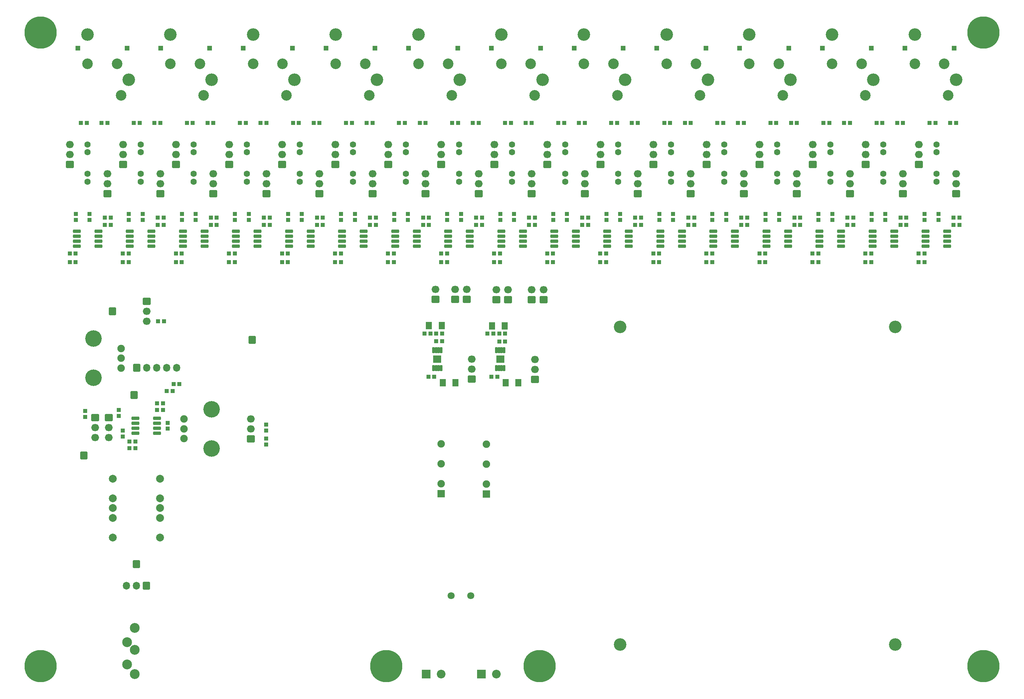
<source format=gts>
G04*
G04 #@! TF.GenerationSoftware,Altium Limited,Altium Designer,19.1.6 (110)*
G04*
G04 Layer_Color=8388736*
%FSLAX43Y43*%
%MOMM*%
G71*
G01*
G75*
G04:AMPARAMS|DCode=21|XSize=1.983mm|YSize=0.923mm|CornerRadius=0.282mm|HoleSize=0mm|Usage=FLASHONLY|Rotation=0.000|XOffset=0mm|YOffset=0mm|HoleType=Round|Shape=RoundedRectangle|*
%AMROUNDEDRECTD21*
21,1,1.983,0.360,0,0,0.0*
21,1,1.420,0.923,0,0,0.0*
1,1,0.563,0.710,-0.180*
1,1,0.563,-0.710,-0.180*
1,1,0.563,-0.710,0.180*
1,1,0.563,0.710,0.180*
%
%ADD21ROUNDEDRECTD21*%
%ADD22R,1.103X1.003*%
%ADD23R,1.003X1.103*%
%ADD24R,1.603X1.903*%
%ADD25R,2.103X1.853*%
G04:AMPARAMS|DCode=26|XSize=0.653mm|YSize=1.603mm|CornerRadius=0.147mm|HoleSize=0mm|Usage=FLASHONLY|Rotation=0.000|XOffset=0mm|YOffset=0mm|HoleType=Round|Shape=RoundedRectangle|*
%AMROUNDEDRECTD26*
21,1,0.653,1.310,0,0,0.0*
21,1,0.360,1.603,0,0,0.0*
1,1,0.293,0.180,-0.655*
1,1,0.293,-0.180,-0.655*
1,1,0.293,-0.180,0.655*
1,1,0.293,0.180,0.655*
%
%ADD26ROUNDEDRECTD26*%
%ADD27C,2.203*%
%ADD28R,2.203X2.203*%
G04:AMPARAMS|DCode=29|XSize=1.803mm|YSize=2.003mm|CornerRadius=0.182mm|HoleSize=0mm|Usage=FLASHONLY|Rotation=0.000|XOffset=0mm|YOffset=0mm|HoleType=Round|Shape=RoundedRectangle|*
%AMROUNDEDRECTD29*
21,1,1.803,1.640,0,0,0.0*
21,1,1.440,2.003,0,0,0.0*
1,1,0.363,0.720,-0.820*
1,1,0.363,-0.720,-0.820*
1,1,0.363,-0.720,0.820*
1,1,0.363,0.720,0.820*
%
%ADD29ROUNDEDRECTD29*%
%ADD30O,1.803X2.003*%
%ADD31C,4.203*%
%ADD32C,1.903*%
%ADD33O,2.003X1.803*%
G04:AMPARAMS|DCode=34|XSize=1.803mm|YSize=2.003mm|CornerRadius=0.182mm|HoleSize=0mm|Usage=FLASHONLY|Rotation=90.000|XOffset=0mm|YOffset=0mm|HoleType=Round|Shape=RoundedRectangle|*
%AMROUNDEDRECTD34*
21,1,1.803,1.640,0,0,90.0*
21,1,1.440,2.003,0,0,90.0*
1,1,0.363,0.820,0.720*
1,1,0.363,0.820,-0.720*
1,1,0.363,-0.820,-0.720*
1,1,0.363,-0.820,0.720*
%
%ADD34ROUNDEDRECTD34*%
%ADD35C,8.203*%
%ADD36C,2.703*%
%ADD37C,3.203*%
%ADD38R,1.203X1.203*%
%ADD39C,1.603*%
%ADD40C,1.803*%
%ADD41C,2.503*%
%ADD42C,2.003*%
%ADD43R,1.903X1.903*%
D21*
X134650Y90395D02*
D03*
Y91665D02*
D03*
Y92935D02*
D03*
Y94205D02*
D03*
X129150Y90395D02*
D03*
Y91665D02*
D03*
Y92935D02*
D03*
Y94205D02*
D03*
X330250Y141905D02*
D03*
Y140635D02*
D03*
Y139365D02*
D03*
Y138095D02*
D03*
X335750Y141905D02*
D03*
Y140635D02*
D03*
Y139365D02*
D03*
Y138095D02*
D03*
X316750Y141905D02*
D03*
Y140635D02*
D03*
Y139365D02*
D03*
Y138095D02*
D03*
X322250Y141905D02*
D03*
Y140635D02*
D03*
Y139365D02*
D03*
Y138095D02*
D03*
X303250Y141905D02*
D03*
Y140635D02*
D03*
Y139365D02*
D03*
Y138095D02*
D03*
X308750Y141905D02*
D03*
Y140635D02*
D03*
Y139365D02*
D03*
Y138095D02*
D03*
X289750Y141905D02*
D03*
Y140635D02*
D03*
Y139365D02*
D03*
Y138095D02*
D03*
X295250Y141905D02*
D03*
Y140635D02*
D03*
Y139365D02*
D03*
Y138095D02*
D03*
X276250Y141905D02*
D03*
Y140635D02*
D03*
Y139365D02*
D03*
Y138095D02*
D03*
X281750Y141905D02*
D03*
Y140635D02*
D03*
Y139365D02*
D03*
Y138095D02*
D03*
X262750Y141905D02*
D03*
Y140635D02*
D03*
Y139365D02*
D03*
Y138095D02*
D03*
X268250Y141905D02*
D03*
Y140635D02*
D03*
Y139365D02*
D03*
Y138095D02*
D03*
X249250Y141905D02*
D03*
Y140635D02*
D03*
Y139365D02*
D03*
Y138095D02*
D03*
X254750Y141905D02*
D03*
Y140635D02*
D03*
Y139365D02*
D03*
Y138095D02*
D03*
X235750Y141905D02*
D03*
Y140635D02*
D03*
Y139365D02*
D03*
Y138095D02*
D03*
X241250Y141905D02*
D03*
Y140635D02*
D03*
Y139365D02*
D03*
Y138095D02*
D03*
X222250Y141905D02*
D03*
Y140635D02*
D03*
Y139365D02*
D03*
Y138095D02*
D03*
X227750Y141905D02*
D03*
Y140635D02*
D03*
Y139365D02*
D03*
Y138095D02*
D03*
X208750Y141905D02*
D03*
Y140635D02*
D03*
Y139365D02*
D03*
Y138095D02*
D03*
X214250Y141905D02*
D03*
Y140635D02*
D03*
Y139365D02*
D03*
Y138095D02*
D03*
X195250Y141905D02*
D03*
Y140635D02*
D03*
Y139365D02*
D03*
Y138095D02*
D03*
X200750Y141905D02*
D03*
Y140635D02*
D03*
Y139365D02*
D03*
Y138095D02*
D03*
X181750Y141905D02*
D03*
Y140635D02*
D03*
Y139365D02*
D03*
Y138095D02*
D03*
X187250Y141905D02*
D03*
Y140635D02*
D03*
Y139365D02*
D03*
Y138095D02*
D03*
X168250Y141905D02*
D03*
Y140635D02*
D03*
Y139365D02*
D03*
Y138095D02*
D03*
X173750Y141905D02*
D03*
Y140635D02*
D03*
Y139365D02*
D03*
Y138095D02*
D03*
X154750Y141905D02*
D03*
Y140635D02*
D03*
Y139365D02*
D03*
Y138095D02*
D03*
X160250Y141905D02*
D03*
Y140635D02*
D03*
Y139365D02*
D03*
Y138095D02*
D03*
X141250Y141905D02*
D03*
Y140635D02*
D03*
Y139365D02*
D03*
Y138095D02*
D03*
X146750Y141905D02*
D03*
Y140635D02*
D03*
Y139365D02*
D03*
Y138095D02*
D03*
X127750Y141905D02*
D03*
Y140635D02*
D03*
Y139365D02*
D03*
Y138095D02*
D03*
X133250Y141905D02*
D03*
Y140635D02*
D03*
Y139365D02*
D03*
Y138095D02*
D03*
X114250Y141905D02*
D03*
Y140635D02*
D03*
Y139365D02*
D03*
Y138095D02*
D03*
X119750Y141905D02*
D03*
Y140635D02*
D03*
Y139365D02*
D03*
Y138095D02*
D03*
D22*
X137150Y101100D02*
D03*
X138650D02*
D03*
X138850Y102900D02*
D03*
X140350D02*
D03*
X134950Y118900D02*
D03*
X136450D02*
D03*
X134650Y98050D02*
D03*
X136150D02*
D03*
X127650Y88300D02*
D03*
X129150D02*
D03*
X134650Y96300D02*
D03*
X136150D02*
D03*
X127650Y86550D02*
D03*
X129150D02*
D03*
X331250Y169500D02*
D03*
X332750D02*
D03*
X338000D02*
D03*
X336500D02*
D03*
X317750D02*
D03*
X319250D02*
D03*
X324500D02*
D03*
X323000D02*
D03*
X304250D02*
D03*
X305750D02*
D03*
X311000D02*
D03*
X309500D02*
D03*
X290750D02*
D03*
X292250D02*
D03*
X297500D02*
D03*
X296000D02*
D03*
X277250D02*
D03*
X278750D02*
D03*
X284000D02*
D03*
X282500D02*
D03*
X263750D02*
D03*
X265250D02*
D03*
X270500D02*
D03*
X269000D02*
D03*
X250250D02*
D03*
X251750D02*
D03*
X257000D02*
D03*
X255500D02*
D03*
X236750D02*
D03*
X238250D02*
D03*
X243500D02*
D03*
X242000D02*
D03*
X223250D02*
D03*
X224750D02*
D03*
X230000D02*
D03*
X228500D02*
D03*
X209750D02*
D03*
X211250D02*
D03*
X216500D02*
D03*
X215000D02*
D03*
X196250D02*
D03*
X197750D02*
D03*
X203000D02*
D03*
X201500D02*
D03*
X182750D02*
D03*
X184250D02*
D03*
X189500D02*
D03*
X188000D02*
D03*
X169250D02*
D03*
X170750D02*
D03*
X176000D02*
D03*
X174500D02*
D03*
X155750D02*
D03*
X157250D02*
D03*
X162500D02*
D03*
X161000D02*
D03*
X142250D02*
D03*
X143750D02*
D03*
X149000D02*
D03*
X147500D02*
D03*
X128750D02*
D03*
X130250D02*
D03*
X135500D02*
D03*
X134000D02*
D03*
X122000Y169500D02*
D03*
X120500D02*
D03*
X115250D02*
D03*
X116750D02*
D03*
X205725Y115800D02*
D03*
X207225D02*
D03*
X203725Y104800D02*
D03*
X205225D02*
D03*
X205725Y113800D02*
D03*
X207225D02*
D03*
X202725Y115800D02*
D03*
X204225D02*
D03*
X219750Y104750D02*
D03*
X221250D02*
D03*
X221750Y115750D02*
D03*
X223250D02*
D03*
X218750D02*
D03*
X220250D02*
D03*
X221750Y113750D02*
D03*
X223250D02*
D03*
X337350Y143500D02*
D03*
X338850D02*
D03*
X337350Y145300D02*
D03*
X338850D02*
D03*
X329950Y134000D02*
D03*
X328450D02*
D03*
X329950Y136200D02*
D03*
X328450D02*
D03*
X323850Y143500D02*
D03*
X325350D02*
D03*
X323850Y145300D02*
D03*
X325350D02*
D03*
X316450Y134000D02*
D03*
X314950D02*
D03*
X316450Y136200D02*
D03*
X314950D02*
D03*
X310350Y143500D02*
D03*
X311850D02*
D03*
X310350Y145300D02*
D03*
X311850D02*
D03*
X302950Y134000D02*
D03*
X301450D02*
D03*
X302950Y136200D02*
D03*
X301450D02*
D03*
X296850Y143500D02*
D03*
X298350D02*
D03*
X296850Y145300D02*
D03*
X298350D02*
D03*
X289450Y134000D02*
D03*
X287950D02*
D03*
X289450Y136200D02*
D03*
X287950D02*
D03*
X283350Y143500D02*
D03*
X284850D02*
D03*
X283350Y145300D02*
D03*
X284850D02*
D03*
X275950Y134000D02*
D03*
X274450D02*
D03*
X275950Y136200D02*
D03*
X274450D02*
D03*
X269850Y143500D02*
D03*
X271350D02*
D03*
X269850Y145300D02*
D03*
X271350D02*
D03*
X262450Y134000D02*
D03*
X260950D02*
D03*
X262450Y136200D02*
D03*
X260950D02*
D03*
X256350Y143500D02*
D03*
X257850D02*
D03*
X256350Y145300D02*
D03*
X257850D02*
D03*
X248950Y134000D02*
D03*
X247450D02*
D03*
X248950Y136200D02*
D03*
X247450D02*
D03*
X242850Y143500D02*
D03*
X244350D02*
D03*
X242850Y145300D02*
D03*
X244350D02*
D03*
X235450Y134000D02*
D03*
X233950D02*
D03*
X235450Y136200D02*
D03*
X233950D02*
D03*
X229350Y143500D02*
D03*
X230850D02*
D03*
X229350Y145300D02*
D03*
X230850D02*
D03*
X221950Y134000D02*
D03*
X220450D02*
D03*
X221950Y136200D02*
D03*
X220450D02*
D03*
X215850Y143500D02*
D03*
X217350D02*
D03*
X215850Y145300D02*
D03*
X217350D02*
D03*
X208450Y134000D02*
D03*
X206950D02*
D03*
X208450Y136200D02*
D03*
X206950D02*
D03*
X202350Y143500D02*
D03*
X203850D02*
D03*
X202350Y145300D02*
D03*
X203850D02*
D03*
X194950Y134000D02*
D03*
X193450D02*
D03*
X194950Y136200D02*
D03*
X193450D02*
D03*
X188850Y143500D02*
D03*
X190350D02*
D03*
X188850Y145300D02*
D03*
X190350D02*
D03*
X181450Y134000D02*
D03*
X179950D02*
D03*
X181450Y136200D02*
D03*
X179950D02*
D03*
X175350Y143500D02*
D03*
X176850D02*
D03*
X175350Y145300D02*
D03*
X176850D02*
D03*
X167950Y134000D02*
D03*
X166450D02*
D03*
X167950Y136200D02*
D03*
X166450D02*
D03*
X161850Y143500D02*
D03*
X163350D02*
D03*
X161850Y145300D02*
D03*
X163350D02*
D03*
X154450Y134000D02*
D03*
X152950D02*
D03*
X154450Y136200D02*
D03*
X152950D02*
D03*
X148350Y143500D02*
D03*
X149850D02*
D03*
X148350Y145300D02*
D03*
X149850D02*
D03*
X140950Y134000D02*
D03*
X139450D02*
D03*
X140950Y136200D02*
D03*
X139450D02*
D03*
X134850Y143500D02*
D03*
X136350D02*
D03*
X134850Y145300D02*
D03*
X136350D02*
D03*
X127450Y134000D02*
D03*
X125950D02*
D03*
X127450Y136200D02*
D03*
X125950D02*
D03*
X113950Y136200D02*
D03*
X112450D02*
D03*
X113950Y134000D02*
D03*
X112450D02*
D03*
X121350Y145300D02*
D03*
X122850D02*
D03*
X121350Y143500D02*
D03*
X122850D02*
D03*
D23*
X116400Y96050D02*
D03*
Y94550D02*
D03*
X125900Y91050D02*
D03*
Y89550D02*
D03*
X124900Y94800D02*
D03*
Y96300D02*
D03*
X162400Y92550D02*
D03*
Y91050D02*
D03*
Y89050D02*
D03*
Y87550D02*
D03*
X137400Y91550D02*
D03*
Y93050D02*
D03*
X330000Y144750D02*
D03*
Y146250D02*
D03*
X333500Y144750D02*
D03*
Y146250D02*
D03*
X316500Y144750D02*
D03*
Y146250D02*
D03*
X320000Y144750D02*
D03*
Y146250D02*
D03*
X303000Y144750D02*
D03*
Y146250D02*
D03*
X306500Y144750D02*
D03*
Y146250D02*
D03*
X289500Y144750D02*
D03*
Y146250D02*
D03*
X293000Y144750D02*
D03*
Y146250D02*
D03*
X276000Y144750D02*
D03*
Y146250D02*
D03*
X279500Y144750D02*
D03*
Y146250D02*
D03*
X262500Y144750D02*
D03*
Y146250D02*
D03*
X266000Y144750D02*
D03*
Y146250D02*
D03*
X249000Y144750D02*
D03*
Y146250D02*
D03*
X252500Y144750D02*
D03*
Y146250D02*
D03*
X235500Y144750D02*
D03*
Y146250D02*
D03*
X239000Y144750D02*
D03*
Y146250D02*
D03*
X222000Y144750D02*
D03*
Y146250D02*
D03*
X225500Y144750D02*
D03*
Y146250D02*
D03*
X208500Y144750D02*
D03*
Y146250D02*
D03*
X212000Y144750D02*
D03*
Y146250D02*
D03*
X195000Y144750D02*
D03*
Y146250D02*
D03*
X198500Y144750D02*
D03*
Y146250D02*
D03*
X181500Y144750D02*
D03*
Y146250D02*
D03*
X185000Y144750D02*
D03*
Y146250D02*
D03*
X168000Y144750D02*
D03*
Y146250D02*
D03*
X171500Y144750D02*
D03*
Y146250D02*
D03*
X154500Y144750D02*
D03*
Y146250D02*
D03*
X158000Y144750D02*
D03*
Y146250D02*
D03*
X141000Y144750D02*
D03*
Y146250D02*
D03*
X144500Y144750D02*
D03*
Y146250D02*
D03*
X127500Y144750D02*
D03*
Y146250D02*
D03*
X131000Y144750D02*
D03*
Y146250D02*
D03*
X117500Y144750D02*
D03*
Y146250D02*
D03*
X114000Y144750D02*
D03*
Y146250D02*
D03*
D24*
X207359Y103300D02*
D03*
X210591D02*
D03*
X207091Y117800D02*
D03*
X203859D02*
D03*
X223384Y103250D02*
D03*
X226616D02*
D03*
X223116Y117750D02*
D03*
X219884D02*
D03*
D25*
X205975Y109300D02*
D03*
X222000Y109250D02*
D03*
D26*
X206950Y107025D02*
D03*
X206300D02*
D03*
X205650D02*
D03*
X205000D02*
D03*
Y111575D02*
D03*
X205650D02*
D03*
X206300D02*
D03*
X206950D02*
D03*
X222975Y106975D02*
D03*
X222325D02*
D03*
X221675D02*
D03*
X221025D02*
D03*
Y111525D02*
D03*
X221675D02*
D03*
X222325D02*
D03*
X222975D02*
D03*
D27*
X221000Y29000D02*
D03*
X207000D02*
D03*
D28*
X217190D02*
D03*
X203190D02*
D03*
D29*
X129400Y57000D02*
D03*
X131940Y51500D02*
D03*
X128800Y100100D02*
D03*
X116000Y84700D02*
D03*
X158900Y114200D02*
D03*
X123300Y121500D02*
D03*
X129480Y107100D02*
D03*
D30*
X129400Y51500D02*
D03*
X126860D02*
D03*
X132020Y107100D02*
D03*
X134560D02*
D03*
X139640D02*
D03*
X137100D02*
D03*
D31*
X148500Y86500D02*
D03*
Y96500D02*
D03*
X118500Y104500D02*
D03*
Y114500D02*
D03*
D32*
X141500Y89000D02*
D03*
Y94000D02*
D03*
Y91500D02*
D03*
X125500Y109500D02*
D03*
Y107000D02*
D03*
Y112000D02*
D03*
X207000Y77500D02*
D03*
Y87660D02*
D03*
Y82580D02*
D03*
X218500Y77420D02*
D03*
Y87580D02*
D03*
Y82500D02*
D03*
D33*
X158500Y94040D02*
D03*
Y91500D02*
D03*
X132000Y118960D02*
D03*
Y121500D02*
D03*
X233000Y127000D02*
D03*
X230000D02*
D03*
X224000D02*
D03*
X221000D02*
D03*
X213500Y127040D02*
D03*
X205500D02*
D03*
X210500D02*
D03*
X230816Y106675D02*
D03*
Y109215D02*
D03*
X328500Y161460D02*
D03*
Y164000D02*
D03*
X338000Y154000D02*
D03*
Y156540D02*
D03*
X315000Y161460D02*
D03*
Y164000D02*
D03*
X324500Y154000D02*
D03*
Y156540D02*
D03*
X301500Y161460D02*
D03*
Y164000D02*
D03*
X311000Y154000D02*
D03*
Y156540D02*
D03*
X288000Y161460D02*
D03*
Y164000D02*
D03*
X297500Y154000D02*
D03*
Y156540D02*
D03*
X274500Y161460D02*
D03*
Y164000D02*
D03*
X284000Y154000D02*
D03*
Y156540D02*
D03*
X261000Y161460D02*
D03*
Y164000D02*
D03*
X270500Y154000D02*
D03*
Y156540D02*
D03*
X247500Y161460D02*
D03*
Y164000D02*
D03*
X257000Y154000D02*
D03*
Y156540D02*
D03*
X234000Y161460D02*
D03*
Y164000D02*
D03*
X243500Y154000D02*
D03*
Y156540D02*
D03*
X220500Y161460D02*
D03*
Y164000D02*
D03*
X230000Y154000D02*
D03*
Y156540D02*
D03*
X207000Y161460D02*
D03*
Y164000D02*
D03*
X216500Y154000D02*
D03*
Y156540D02*
D03*
X193500Y161460D02*
D03*
Y164000D02*
D03*
X203000Y154000D02*
D03*
Y156540D02*
D03*
X180000Y161460D02*
D03*
Y164000D02*
D03*
X189500Y154000D02*
D03*
Y156540D02*
D03*
X166500Y161460D02*
D03*
Y164000D02*
D03*
X176000Y154000D02*
D03*
Y156540D02*
D03*
X153000Y161460D02*
D03*
Y164000D02*
D03*
X162500Y154000D02*
D03*
Y156540D02*
D03*
X139500Y161460D02*
D03*
Y164000D02*
D03*
X149000Y154000D02*
D03*
Y156540D02*
D03*
X126000Y161460D02*
D03*
Y164000D02*
D03*
X135500Y154000D02*
D03*
Y156540D02*
D03*
X122000Y154000D02*
D03*
Y156540D02*
D03*
X112500Y161460D02*
D03*
Y164000D02*
D03*
X214759Y109265D02*
D03*
Y106725D02*
D03*
X118900Y89260D02*
D03*
Y91800D02*
D03*
X122400Y89260D02*
D03*
Y91800D02*
D03*
D34*
X158500Y88960D02*
D03*
X132000Y124040D02*
D03*
X233000Y124460D02*
D03*
X230000D02*
D03*
X224000D02*
D03*
X221000D02*
D03*
X213500Y124500D02*
D03*
X205500D02*
D03*
X210500D02*
D03*
X230816Y104135D02*
D03*
X328500Y158920D02*
D03*
X338000Y151460D02*
D03*
X315000Y158920D02*
D03*
X324500Y151460D02*
D03*
X301500Y158920D02*
D03*
X311000Y151460D02*
D03*
X288000Y158920D02*
D03*
X297500Y151460D02*
D03*
X274500Y158920D02*
D03*
X284000Y151460D02*
D03*
X261000Y158920D02*
D03*
X270500Y151460D02*
D03*
X247500Y158920D02*
D03*
X257000Y151460D02*
D03*
X234000Y158920D02*
D03*
X243500Y151460D02*
D03*
X220500Y158920D02*
D03*
X230000Y151460D02*
D03*
X207000Y158920D02*
D03*
X216500Y151460D02*
D03*
X193500Y158920D02*
D03*
X203000Y151460D02*
D03*
X180000Y158920D02*
D03*
X189500Y151460D02*
D03*
X166500Y158920D02*
D03*
X176000Y151460D02*
D03*
X153000Y158920D02*
D03*
X162500Y151460D02*
D03*
X139500Y158920D02*
D03*
X149000Y151460D02*
D03*
X126000Y158920D02*
D03*
X135500Y151460D02*
D03*
X122000Y151460D02*
D03*
X112500Y158920D02*
D03*
X214759Y104185D02*
D03*
X118900Y94340D02*
D03*
X122400D02*
D03*
D35*
X105000Y192500D02*
D03*
X345000D02*
D03*
Y31000D02*
D03*
X232000D02*
D03*
X193000D02*
D03*
X105000D02*
D03*
D36*
X209700Y176500D02*
D03*
X208700Y184500D02*
D03*
X201200D02*
D03*
X230750Y176500D02*
D03*
X229750Y184500D02*
D03*
X222250D02*
D03*
X251800Y176500D02*
D03*
X250800Y184500D02*
D03*
X243300D02*
D03*
X272850Y176500D02*
D03*
X271850Y184500D02*
D03*
X264350D02*
D03*
X293900Y176500D02*
D03*
X292900Y184500D02*
D03*
X285400D02*
D03*
X314950Y176500D02*
D03*
X313950Y184500D02*
D03*
X306450D02*
D03*
X336000Y176500D02*
D03*
X335000Y184500D02*
D03*
X327500D02*
D03*
X188650Y176500D02*
D03*
X187650Y184500D02*
D03*
X180150D02*
D03*
X167600Y176500D02*
D03*
X166600Y184500D02*
D03*
X159100D02*
D03*
X146550Y176500D02*
D03*
X145550Y184500D02*
D03*
X138050D02*
D03*
X125500Y176500D02*
D03*
X124500Y184500D02*
D03*
X117000D02*
D03*
D37*
X211700Y180500D02*
D03*
X201200Y192000D02*
D03*
X232750Y180500D02*
D03*
X222250Y192000D02*
D03*
X253800Y180500D02*
D03*
X243300Y192000D02*
D03*
X274850Y180500D02*
D03*
X264350Y192000D02*
D03*
X295900Y180500D02*
D03*
X285400Y192000D02*
D03*
X316950Y180500D02*
D03*
X306450Y192000D02*
D03*
X338000Y180500D02*
D03*
X327500Y192000D02*
D03*
X190650Y180500D02*
D03*
X180150Y192000D02*
D03*
X169600Y180500D02*
D03*
X159100Y192000D02*
D03*
X148550Y180500D02*
D03*
X138050Y192000D02*
D03*
X127500Y180500D02*
D03*
X117000Y192000D02*
D03*
X252500Y117500D02*
D03*
X322500D02*
D03*
Y36500D02*
D03*
X252500D02*
D03*
D38*
X198700Y188500D02*
D03*
X211200D02*
D03*
X219750D02*
D03*
X232250D02*
D03*
X240800D02*
D03*
X253300D02*
D03*
X261850D02*
D03*
X274350D02*
D03*
X282900D02*
D03*
X295400D02*
D03*
X303950D02*
D03*
X316450D02*
D03*
X325000D02*
D03*
X337500D02*
D03*
X177650D02*
D03*
X190150D02*
D03*
X156600D02*
D03*
X169100D02*
D03*
X135550D02*
D03*
X148050D02*
D03*
X114500D02*
D03*
X127000D02*
D03*
D39*
X333000Y162000D02*
D03*
Y164000D02*
D03*
Y154500D02*
D03*
Y156500D02*
D03*
X319500Y162000D02*
D03*
Y164000D02*
D03*
Y154500D02*
D03*
Y156500D02*
D03*
X306000Y162000D02*
D03*
Y164000D02*
D03*
Y154500D02*
D03*
Y156500D02*
D03*
X292500Y162000D02*
D03*
Y164000D02*
D03*
Y154500D02*
D03*
Y156500D02*
D03*
X279000Y162000D02*
D03*
Y164000D02*
D03*
Y154500D02*
D03*
Y156500D02*
D03*
X265500Y162000D02*
D03*
Y164000D02*
D03*
Y154500D02*
D03*
Y156500D02*
D03*
X252000Y162000D02*
D03*
Y164000D02*
D03*
Y154500D02*
D03*
Y156500D02*
D03*
X238500Y162000D02*
D03*
Y164000D02*
D03*
Y154500D02*
D03*
Y156500D02*
D03*
X225000Y162000D02*
D03*
Y164000D02*
D03*
Y154500D02*
D03*
Y156500D02*
D03*
X211500Y162000D02*
D03*
Y164000D02*
D03*
Y154500D02*
D03*
Y156500D02*
D03*
X198000Y162000D02*
D03*
Y164000D02*
D03*
Y154500D02*
D03*
Y156500D02*
D03*
X184500Y162000D02*
D03*
Y164000D02*
D03*
Y154500D02*
D03*
Y156500D02*
D03*
X171000Y162000D02*
D03*
Y164000D02*
D03*
Y154500D02*
D03*
Y156500D02*
D03*
X157500Y162000D02*
D03*
Y164000D02*
D03*
Y154500D02*
D03*
Y156500D02*
D03*
X144000Y162000D02*
D03*
Y164000D02*
D03*
Y154500D02*
D03*
Y156500D02*
D03*
X130500Y162000D02*
D03*
Y164000D02*
D03*
Y154500D02*
D03*
Y156500D02*
D03*
X117000Y164000D02*
D03*
Y162000D02*
D03*
Y156500D02*
D03*
Y154500D02*
D03*
D40*
X214500Y49000D02*
D03*
X209500D02*
D03*
D41*
X127000Y37100D02*
D03*
Y31500D02*
D03*
X129000Y29000D02*
D03*
Y35200D02*
D03*
Y40800D02*
D03*
D42*
X123400Y78800D02*
D03*
Y68800D02*
D03*
Y71300D02*
D03*
Y73800D02*
D03*
Y63800D02*
D03*
X135400Y78800D02*
D03*
Y68800D02*
D03*
Y71300D02*
D03*
Y73800D02*
D03*
Y63800D02*
D03*
D43*
X207000Y74960D02*
D03*
X218500Y74880D02*
D03*
M02*

</source>
